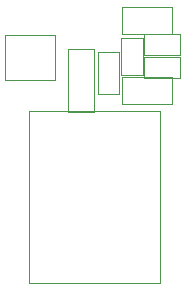
<source format=gbr>
G04 #@! TF.GenerationSoftware,KiCad,Pcbnew,6.0.4-1.fc34*
G04 #@! TF.CreationDate,2023-10-23T18:29:32+02:00*
G04 #@! TF.ProjectId,Microduino_ADC_DE,4d696372-6f64-4756-996e-6f5f4144435f,1.0*
G04 #@! TF.SameCoordinates,Original*
G04 #@! TF.FileFunction,Other,User*
%FSLAX46Y46*%
G04 Gerber Fmt 4.6, Leading zero omitted, Abs format (unit mm)*
G04 Created by KiCad (PCBNEW 6.0.4-1.fc34) date 2023-10-23 18:29:32*
%MOMM*%
%LPD*%
G01*
G04 APERTURE LIST*
%ADD10C,0.050000*%
G04 APERTURE END LIST*
D10*
X145931000Y-90325000D02*
X157031000Y-90325000D01*
X157031000Y-75795000D02*
X145931000Y-75795000D01*
X157031000Y-90325000D02*
X157031000Y-75795000D01*
X145931000Y-75795000D02*
X145931000Y-90325000D01*
X153736000Y-72700000D02*
X153736000Y-69600000D01*
X153736000Y-72700000D02*
X155536000Y-72700000D01*
X155536000Y-69600000D02*
X153736000Y-69600000D01*
X155536000Y-69600000D02*
X155536000Y-72700000D01*
X155636000Y-69225000D02*
X155636000Y-71025000D01*
X158736000Y-71025000D02*
X158736000Y-69225000D01*
X158736000Y-71025000D02*
X155636000Y-71025000D01*
X155636000Y-69225000D02*
X158736000Y-69225000D01*
X151781000Y-74300000D02*
X151781000Y-70800000D01*
X151781000Y-74300000D02*
X153531000Y-74300000D01*
X153531000Y-70800000D02*
X153531000Y-74300000D01*
X153531000Y-70800000D02*
X151781000Y-70800000D01*
X149211000Y-75850000D02*
X149211000Y-70550000D01*
X151411000Y-75850000D02*
X149211000Y-75850000D01*
X149211000Y-70550000D02*
X151411000Y-70550000D01*
X151411000Y-70550000D02*
X151411000Y-75850000D01*
X155636000Y-71200000D02*
X158736000Y-71200000D01*
X158736000Y-73000000D02*
X155636000Y-73000000D01*
X155636000Y-71200000D02*
X155636000Y-73000000D01*
X158736000Y-73000000D02*
X158736000Y-71200000D01*
X158061000Y-67000000D02*
X158061000Y-69300000D01*
X153761000Y-67000000D02*
X158061000Y-67000000D01*
X158061000Y-69300000D02*
X153761000Y-69300000D01*
X153761000Y-69300000D02*
X153761000Y-67000000D01*
X158061000Y-72925000D02*
X158061000Y-75225000D01*
X153761000Y-72925000D02*
X158061000Y-72925000D01*
X158061000Y-75225000D02*
X153761000Y-75225000D01*
X153761000Y-75225000D02*
X153761000Y-72925000D01*
X148161000Y-70850000D02*
X148161000Y-73150000D01*
X148161000Y-70860000D02*
X148161000Y-69310000D01*
X143861000Y-69310000D02*
X148161000Y-69310000D01*
X148161000Y-73150000D02*
X143861000Y-73150000D01*
X143861000Y-73150000D02*
X143861000Y-70850000D01*
X143861000Y-70850000D02*
X143861000Y-69310000D01*
M02*

</source>
